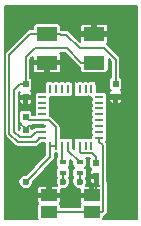
<source format=gbl>
G04 #@! TF.FileFunction,Copper,L2,Bot,Signal*
%FSLAX46Y46*%
G04 Gerber Fmt 4.6, Leading zero omitted, Abs format (unit mm)*
G04 Created by KiCad (PCBNEW 4.0.5+dfsg1-4) date Sun Jun 17 23:04:47 2018*
%MOMM*%
%LPD*%
G01*
G04 APERTURE LIST*
%ADD10C,0.100000*%
%ADD11R,0.500000X0.600000*%
%ADD12R,0.600000X0.400000*%
%ADD13R,0.700000X0.250000*%
%ADD14R,0.250000X0.700000*%
%ADD15R,1.800000X1.200000*%
%ADD16R,1.400000X1.000000*%
%ADD17C,0.600000*%
%ADD18C,0.203200*%
G04 APERTURE END LIST*
D10*
D11*
X170561000Y-92541000D03*
X170561000Y-93641000D03*
X162941000Y-92583000D03*
X162941000Y-93683000D03*
X168910000Y-100372000D03*
X168910000Y-99272000D03*
X162941000Y-96435000D03*
X162941000Y-95335000D03*
D12*
X167513000Y-99187000D03*
X167513000Y-100087000D03*
X166116000Y-99176000D03*
X166116000Y-100076000D03*
D13*
X164364000Y-97123000D03*
X164364000Y-96623000D03*
X164364000Y-96123000D03*
X164364000Y-95623000D03*
X164364000Y-95123000D03*
X164364000Y-94623000D03*
X164364000Y-94123000D03*
X164364000Y-93623000D03*
D14*
X165014000Y-92973000D03*
X165514000Y-92973000D03*
X166014000Y-92973000D03*
X166514000Y-92973000D03*
X167014000Y-92973000D03*
X167514000Y-92973000D03*
X168014000Y-92973000D03*
X168514000Y-92973000D03*
D13*
X169164000Y-93623000D03*
X169164000Y-94123000D03*
X169164000Y-94623000D03*
X169164000Y-95123000D03*
X169164000Y-95623000D03*
X169164000Y-96123000D03*
X169164000Y-96623000D03*
X169164000Y-97123000D03*
D14*
X168514000Y-97773000D03*
X168014000Y-97773000D03*
X167514000Y-97773000D03*
X167014000Y-97773000D03*
X166514000Y-97773000D03*
X166014000Y-97773000D03*
X165514000Y-97773000D03*
X165014000Y-97773000D03*
D15*
X164751000Y-90735000D03*
X168751000Y-90735000D03*
X168751000Y-88335000D03*
X164751000Y-88335000D03*
D16*
X164929000Y-103378000D03*
X164929000Y-101978000D03*
X168529000Y-103378000D03*
X168529000Y-101978000D03*
D17*
X167513000Y-100838000D03*
X166116000Y-100838000D03*
X170561000Y-100838000D03*
X162941000Y-100838000D03*
D18*
X167513000Y-100087000D02*
X167513000Y-100838000D01*
X166116000Y-100076000D02*
X166116000Y-100838000D01*
X164751000Y-88335000D02*
X165854200Y-88335000D01*
X165854200Y-88335000D02*
X165911200Y-88392000D01*
X165911200Y-88392000D02*
X166370000Y-88392000D01*
X166370000Y-88392000D02*
X167513000Y-89535000D01*
X167513000Y-89535000D02*
X169599642Y-89535000D01*
X169599642Y-89535000D02*
X170561000Y-90496358D01*
X170561000Y-90496358D02*
X170561000Y-92037800D01*
X170561000Y-92037800D02*
X170561000Y-92541000D01*
X161573379Y-90090979D02*
X163329358Y-88335000D01*
X163329358Y-88335000D02*
X164751000Y-88335000D01*
X164364000Y-97123000D02*
X164139000Y-97123000D01*
X164139000Y-97123000D02*
X163815789Y-97446211D01*
X163815789Y-97446211D02*
X162278818Y-97446210D01*
X162278818Y-97446210D02*
X161573379Y-96740771D01*
X161573379Y-96740771D02*
X161573379Y-90090979D01*
X168910000Y-100372000D02*
X168910000Y-101597000D01*
X168910000Y-101597000D02*
X168529000Y-101978000D01*
X162941000Y-93683000D02*
X162941000Y-94186200D01*
X162941000Y-94186200D02*
X162386199Y-94741001D01*
X162386199Y-94741001D02*
X162386199Y-95830199D01*
X162386199Y-95830199D02*
X162941000Y-96385000D01*
X162941000Y-96385000D02*
X162941000Y-96435000D01*
X163253000Y-96123000D02*
X164364000Y-96123000D01*
X162941000Y-96435000D02*
X163253000Y-96123000D01*
X163703000Y-89535000D02*
X162941000Y-90297000D01*
X162941000Y-90297000D02*
X162941000Y-90496358D01*
X166447800Y-89535000D02*
X163703000Y-89535000D01*
X168751000Y-90735000D02*
X167647800Y-90735000D01*
X167647800Y-90735000D02*
X166447800Y-89535000D01*
X162941000Y-92583000D02*
X162941000Y-90496358D01*
X164364000Y-96623000D02*
X163810800Y-96623000D01*
X163810800Y-96623000D02*
X163393999Y-97039801D01*
X163393999Y-97039801D02*
X162447159Y-97039801D01*
X162447159Y-97039801D02*
X161979789Y-96572431D01*
X161979789Y-96572431D02*
X161979789Y-93091011D01*
X162487800Y-92583000D02*
X162941000Y-92583000D01*
X161979789Y-93091011D02*
X162487800Y-92583000D01*
X168910000Y-99272000D02*
X168910000Y-98768800D01*
X167514000Y-98326200D02*
X167514000Y-97773000D01*
X168910000Y-98768800D02*
X168569001Y-98427801D01*
X168569001Y-98427801D02*
X167615601Y-98427801D01*
X167615601Y-98427801D02*
X167514000Y-98326200D01*
X165514000Y-97773000D02*
X165514000Y-96219800D01*
X165514000Y-96219800D02*
X164917200Y-95623000D01*
X164917200Y-95623000D02*
X164364000Y-95623000D01*
X165014000Y-97773000D02*
X165514000Y-97773000D01*
X162941000Y-100838000D02*
X165014000Y-98765000D01*
X165014000Y-98765000D02*
X165014000Y-97773000D01*
X162941000Y-95335000D02*
X163229000Y-95623000D01*
X163229000Y-95623000D02*
X164364000Y-95623000D01*
X167513000Y-99187000D02*
X166514000Y-98188000D01*
X166514000Y-98188000D02*
X166514000Y-97773000D01*
X166116000Y-99176000D02*
X166014000Y-99074000D01*
X166014000Y-99074000D02*
X166014000Y-97773000D01*
X168529000Y-103378000D02*
X164929000Y-103378000D01*
X169464801Y-100918199D02*
X169533801Y-100987199D01*
X169533801Y-103276399D02*
X169432200Y-103378000D01*
X169533801Y-100987199D02*
X169533801Y-103276399D01*
X169432200Y-103378000D02*
X168529000Y-103378000D01*
X169164000Y-97123000D02*
X169164000Y-97451200D01*
X169164000Y-97451200D02*
X169464801Y-97752001D01*
X169464801Y-97752001D02*
X169464801Y-100918199D01*
G36*
X172364400Y-88016340D02*
X172340200Y-88138000D01*
X172340200Y-100330000D01*
X172364400Y-100451660D01*
X172364400Y-101732340D01*
X172340200Y-101854000D01*
X172364400Y-101975660D01*
X172364400Y-104014200D01*
X169504838Y-104014200D01*
X169515287Y-103998907D01*
X169539771Y-103878000D01*
X169539771Y-103763003D01*
X169587723Y-103753465D01*
X169719568Y-103665368D01*
X169821170Y-103563767D01*
X169909267Y-103431921D01*
X169940201Y-103276399D01*
X169940201Y-100987199D01*
X169909266Y-100831676D01*
X169871201Y-100774708D01*
X169871201Y-97752001D01*
X169840266Y-97596478D01*
X169752169Y-97464633D01*
X169741898Y-97454362D01*
X169800287Y-97368907D01*
X169824771Y-97248000D01*
X169824771Y-96998000D01*
X169803518Y-96885048D01*
X169796602Y-96874300D01*
X169800287Y-96868907D01*
X169824771Y-96748000D01*
X169824771Y-96498000D01*
X169803518Y-96385048D01*
X169796602Y-96374300D01*
X169800287Y-96368907D01*
X169824771Y-96248000D01*
X169824771Y-95998000D01*
X169803518Y-95885048D01*
X169796602Y-95874300D01*
X169800287Y-95868907D01*
X169824771Y-95748000D01*
X169824771Y-95498000D01*
X169803518Y-95385048D01*
X169796602Y-95374300D01*
X169800287Y-95368907D01*
X169824771Y-95248000D01*
X169824771Y-94998000D01*
X169803518Y-94885048D01*
X169796602Y-94874300D01*
X169800287Y-94868907D01*
X169824771Y-94748000D01*
X169824771Y-94498000D01*
X169803518Y-94385048D01*
X169796602Y-94374300D01*
X169800287Y-94368907D01*
X169824771Y-94248000D01*
X169824771Y-93998000D01*
X169803518Y-93885048D01*
X169796602Y-93874300D01*
X169800287Y-93868907D01*
X169800632Y-93867200D01*
X170006200Y-93867200D01*
X170006200Y-94001628D01*
X170052603Y-94113655D01*
X170138344Y-94199397D01*
X170250371Y-94245800D01*
X170359800Y-94245800D01*
X170436000Y-94169600D01*
X170436000Y-93791000D01*
X170686000Y-93791000D01*
X170686000Y-94169600D01*
X170762200Y-94245800D01*
X170871629Y-94245800D01*
X170983656Y-94199397D01*
X171069397Y-94113655D01*
X171115800Y-94001628D01*
X171115800Y-93867200D01*
X171039600Y-93791000D01*
X170686000Y-93791000D01*
X170436000Y-93791000D01*
X170082400Y-93791000D01*
X170006200Y-93867200D01*
X169800632Y-93867200D01*
X169824771Y-93748000D01*
X169824771Y-93498000D01*
X169803518Y-93385048D01*
X169736763Y-93281308D01*
X169634907Y-93211713D01*
X169514000Y-93187229D01*
X168949771Y-93187229D01*
X168949771Y-92623000D01*
X168928518Y-92510048D01*
X168861763Y-92406308D01*
X168759907Y-92336713D01*
X168639000Y-92312229D01*
X168389000Y-92312229D01*
X168276048Y-92333482D01*
X168265300Y-92340398D01*
X168259907Y-92336713D01*
X168139000Y-92312229D01*
X167889000Y-92312229D01*
X167776048Y-92333482D01*
X167765300Y-92340398D01*
X167759907Y-92336713D01*
X167639000Y-92312229D01*
X167389000Y-92312229D01*
X167276048Y-92333482D01*
X167260569Y-92343442D01*
X167199629Y-92318200D01*
X167152700Y-92318200D01*
X167076500Y-92394400D01*
X167076500Y-92820600D01*
X167078229Y-92820600D01*
X167078229Y-93125400D01*
X167076500Y-93125400D01*
X167076500Y-93551600D01*
X167152700Y-93627800D01*
X167199629Y-93627800D01*
X167259122Y-93603157D01*
X167268093Y-93609287D01*
X167389000Y-93633771D01*
X167639000Y-93633771D01*
X167751952Y-93612518D01*
X167762700Y-93605602D01*
X167768093Y-93609287D01*
X167889000Y-93633771D01*
X168139000Y-93633771D01*
X168251952Y-93612518D01*
X168262700Y-93605602D01*
X168268093Y-93609287D01*
X168389000Y-93633771D01*
X168503229Y-93633771D01*
X168503229Y-93748000D01*
X168524482Y-93860952D01*
X168531398Y-93871700D01*
X168527713Y-93877093D01*
X168503229Y-93998000D01*
X168503229Y-94248000D01*
X168524482Y-94360952D01*
X168531398Y-94371700D01*
X168527713Y-94377093D01*
X168503229Y-94498000D01*
X168503229Y-94748000D01*
X168524482Y-94860952D01*
X168531398Y-94871700D01*
X168527713Y-94877093D01*
X168503229Y-94998000D01*
X168503229Y-95248000D01*
X168524482Y-95360952D01*
X168531398Y-95371700D01*
X168527713Y-95377093D01*
X168503229Y-95498000D01*
X168503229Y-95748000D01*
X168524482Y-95860952D01*
X168531398Y-95871700D01*
X168527713Y-95877093D01*
X168503229Y-95998000D01*
X168503229Y-96248000D01*
X168524482Y-96360952D01*
X168531398Y-96371700D01*
X168527713Y-96377093D01*
X168503229Y-96498000D01*
X168503229Y-96748000D01*
X168524482Y-96860952D01*
X168531398Y-96871700D01*
X168527713Y-96877093D01*
X168503229Y-96998000D01*
X168503229Y-97112229D01*
X168389000Y-97112229D01*
X168276048Y-97133482D01*
X168265300Y-97140398D01*
X168259907Y-97136713D01*
X168139000Y-97112229D01*
X167889000Y-97112229D01*
X167776048Y-97133482D01*
X167765300Y-97140398D01*
X167759907Y-97136713D01*
X167639000Y-97112229D01*
X167389000Y-97112229D01*
X167276048Y-97133482D01*
X167260569Y-97143442D01*
X167199629Y-97118200D01*
X167152700Y-97118200D01*
X167076500Y-97194400D01*
X167076500Y-97620600D01*
X167078229Y-97620600D01*
X167078229Y-97925400D01*
X167076500Y-97925400D01*
X167076500Y-97945400D01*
X166951500Y-97945400D01*
X166951500Y-97925400D01*
X166949771Y-97925400D01*
X166949771Y-97620600D01*
X166951500Y-97620600D01*
X166951500Y-97194400D01*
X166875300Y-97118200D01*
X166828371Y-97118200D01*
X166768878Y-97142843D01*
X166759907Y-97136713D01*
X166639000Y-97112229D01*
X166389000Y-97112229D01*
X166276048Y-97133482D01*
X166265300Y-97140398D01*
X166259907Y-97136713D01*
X166139000Y-97112229D01*
X165920400Y-97112229D01*
X165920400Y-96219800D01*
X165889465Y-96064277D01*
X165801368Y-95932432D01*
X165204568Y-95335632D01*
X165123267Y-95281308D01*
X165072723Y-95247535D01*
X165024771Y-95237997D01*
X165024771Y-94998000D01*
X165003518Y-94885048D01*
X164996602Y-94874300D01*
X165000287Y-94868907D01*
X165024771Y-94748000D01*
X165024771Y-94498000D01*
X165003518Y-94385048D01*
X164996602Y-94374300D01*
X165000287Y-94368907D01*
X165024771Y-94248000D01*
X165024771Y-93998000D01*
X165003518Y-93885048D01*
X164996602Y-93874300D01*
X165000287Y-93868907D01*
X165024771Y-93748000D01*
X165024771Y-93633771D01*
X165139000Y-93633771D01*
X165251952Y-93612518D01*
X165262700Y-93605602D01*
X165268093Y-93609287D01*
X165389000Y-93633771D01*
X165639000Y-93633771D01*
X165751952Y-93612518D01*
X165762700Y-93605602D01*
X165768093Y-93609287D01*
X165889000Y-93633771D01*
X166139000Y-93633771D01*
X166251952Y-93612518D01*
X166262700Y-93605602D01*
X166268093Y-93609287D01*
X166389000Y-93633771D01*
X166639000Y-93633771D01*
X166751952Y-93612518D01*
X166767431Y-93602558D01*
X166828371Y-93627800D01*
X166875300Y-93627800D01*
X166951500Y-93551600D01*
X166951500Y-93125400D01*
X166949771Y-93125400D01*
X166949771Y-92820600D01*
X166951500Y-92820600D01*
X166951500Y-92394400D01*
X166875300Y-92318200D01*
X166828371Y-92318200D01*
X166768878Y-92342843D01*
X166759907Y-92336713D01*
X166639000Y-92312229D01*
X166389000Y-92312229D01*
X166276048Y-92333482D01*
X166265300Y-92340398D01*
X166259907Y-92336713D01*
X166139000Y-92312229D01*
X165889000Y-92312229D01*
X165776048Y-92333482D01*
X165765300Y-92340398D01*
X165759907Y-92336713D01*
X165639000Y-92312229D01*
X165389000Y-92312229D01*
X165276048Y-92333482D01*
X165265300Y-92340398D01*
X165259907Y-92336713D01*
X165139000Y-92312229D01*
X164889000Y-92312229D01*
X164776048Y-92333482D01*
X164672308Y-92400237D01*
X164602713Y-92502093D01*
X164578229Y-92623000D01*
X164578229Y-93187229D01*
X164014000Y-93187229D01*
X163901048Y-93208482D01*
X163797308Y-93275237D01*
X163727713Y-93377093D01*
X163703229Y-93498000D01*
X163703229Y-93748000D01*
X163724482Y-93860952D01*
X163731398Y-93871700D01*
X163727713Y-93877093D01*
X163703229Y-93998000D01*
X163703229Y-94248000D01*
X163724482Y-94360952D01*
X163731398Y-94371700D01*
X163727713Y-94377093D01*
X163703229Y-94498000D01*
X163703229Y-94748000D01*
X163724482Y-94860952D01*
X163731398Y-94871700D01*
X163727713Y-94877093D01*
X163703229Y-94998000D01*
X163703229Y-95216600D01*
X163501771Y-95216600D01*
X163501771Y-95035000D01*
X163480518Y-94922048D01*
X163413763Y-94818308D01*
X163311907Y-94748713D01*
X163191000Y-94724229D01*
X162691000Y-94724229D01*
X162578048Y-94745482D01*
X162474308Y-94812237D01*
X162404713Y-94914093D01*
X162386189Y-95005568D01*
X162386189Y-93909200D01*
X162386200Y-93909200D01*
X162386200Y-94043628D01*
X162432603Y-94155655D01*
X162518344Y-94241397D01*
X162630371Y-94287800D01*
X162739800Y-94287800D01*
X162816000Y-94211600D01*
X162816000Y-93833000D01*
X163066000Y-93833000D01*
X163066000Y-94211600D01*
X163142200Y-94287800D01*
X163251629Y-94287800D01*
X163363656Y-94241397D01*
X163449397Y-94155655D01*
X163495800Y-94043628D01*
X163495800Y-93909200D01*
X163419600Y-93833000D01*
X163066000Y-93833000D01*
X162816000Y-93833000D01*
X162462400Y-93833000D01*
X162386200Y-93909200D01*
X162386189Y-93909200D01*
X162386189Y-93259347D01*
X162430773Y-93214763D01*
X162386200Y-93322372D01*
X162386200Y-93456800D01*
X162462400Y-93533000D01*
X162816000Y-93533000D01*
X162816000Y-93510600D01*
X163066000Y-93510600D01*
X163066000Y-93533000D01*
X163419600Y-93533000D01*
X163495800Y-93456800D01*
X163495800Y-93322372D01*
X163449397Y-93210345D01*
X163369434Y-93130381D01*
X163407692Y-93105763D01*
X163477287Y-93003907D01*
X163501771Y-92883000D01*
X163501771Y-92283000D01*
X163480518Y-92170048D01*
X163413763Y-92066308D01*
X163347400Y-92020964D01*
X163347400Y-90963600D01*
X163546200Y-90963600D01*
X163546200Y-91395629D01*
X163592603Y-91507656D01*
X163678345Y-91593397D01*
X163790372Y-91639800D01*
X164522400Y-91639800D01*
X164598600Y-91563600D01*
X164598600Y-90887400D01*
X164903400Y-90887400D01*
X164903400Y-91563600D01*
X164979600Y-91639800D01*
X165711628Y-91639800D01*
X165823655Y-91593397D01*
X165909397Y-91507656D01*
X165955800Y-91395629D01*
X165955800Y-90963600D01*
X165879600Y-90887400D01*
X164903400Y-90887400D01*
X164598600Y-90887400D01*
X163622400Y-90887400D01*
X163546200Y-90963600D01*
X163347400Y-90963600D01*
X163347400Y-90465336D01*
X163546200Y-90266536D01*
X163546200Y-90506400D01*
X163622400Y-90582600D01*
X164598600Y-90582600D01*
X164598600Y-90562600D01*
X164903400Y-90562600D01*
X164903400Y-90582600D01*
X165879600Y-90582600D01*
X165955800Y-90506400D01*
X165955800Y-90074371D01*
X165909397Y-89962344D01*
X165888453Y-89941400D01*
X166279464Y-89941400D01*
X167360432Y-91022368D01*
X167492277Y-91110465D01*
X167540229Y-91120003D01*
X167540229Y-91335000D01*
X167561482Y-91447952D01*
X167628237Y-91551692D01*
X167730093Y-91621287D01*
X167851000Y-91645771D01*
X169651000Y-91645771D01*
X169763952Y-91624518D01*
X169867692Y-91557763D01*
X169937287Y-91455907D01*
X169961771Y-91335000D01*
X169961771Y-90471866D01*
X170154600Y-90664695D01*
X170154600Y-91979440D01*
X170094308Y-92018237D01*
X170024713Y-92120093D01*
X170000229Y-92241000D01*
X170000229Y-92841000D01*
X170021482Y-92953952D01*
X170088237Y-93057692D01*
X170132804Y-93088143D01*
X170052603Y-93168345D01*
X170006200Y-93280372D01*
X170006200Y-93414800D01*
X170082400Y-93491000D01*
X170436000Y-93491000D01*
X170436000Y-93468600D01*
X170686000Y-93468600D01*
X170686000Y-93491000D01*
X171039600Y-93491000D01*
X171115800Y-93414800D01*
X171115800Y-93280372D01*
X171069397Y-93168345D01*
X170989434Y-93088381D01*
X171027692Y-93063763D01*
X171097287Y-92961907D01*
X171121771Y-92841000D01*
X171121771Y-92241000D01*
X171100518Y-92128048D01*
X171033763Y-92024308D01*
X170967400Y-91978964D01*
X170967400Y-90496358D01*
X170957708Y-90447632D01*
X170936466Y-90340836D01*
X170848369Y-90208990D01*
X169887010Y-89247632D01*
X169812659Y-89197952D01*
X169823655Y-89193397D01*
X169909397Y-89107656D01*
X169955800Y-88995629D01*
X169955800Y-88563600D01*
X169879600Y-88487400D01*
X168903400Y-88487400D01*
X168903400Y-88507400D01*
X168598600Y-88507400D01*
X168598600Y-88487400D01*
X167622400Y-88487400D01*
X167546200Y-88563600D01*
X167546200Y-88993464D01*
X166657368Y-88104632D01*
X166617756Y-88078164D01*
X166525523Y-88016535D01*
X166370000Y-87985600D01*
X166048732Y-87985600D01*
X166009723Y-87959535D01*
X165961771Y-87949997D01*
X165961771Y-87735000D01*
X165950364Y-87674371D01*
X167546200Y-87674371D01*
X167546200Y-88106400D01*
X167622400Y-88182600D01*
X168598600Y-88182600D01*
X168598600Y-87506400D01*
X168903400Y-87506400D01*
X168903400Y-88182600D01*
X169879600Y-88182600D01*
X169955800Y-88106400D01*
X169955800Y-87674371D01*
X169909397Y-87562344D01*
X169823655Y-87476603D01*
X169711628Y-87430200D01*
X168979600Y-87430200D01*
X168903400Y-87506400D01*
X168598600Y-87506400D01*
X168522400Y-87430200D01*
X167790372Y-87430200D01*
X167678345Y-87476603D01*
X167592603Y-87562344D01*
X167546200Y-87674371D01*
X165950364Y-87674371D01*
X165940518Y-87622048D01*
X165873763Y-87518308D01*
X165771907Y-87448713D01*
X165651000Y-87424229D01*
X163851000Y-87424229D01*
X163738048Y-87445482D01*
X163634308Y-87512237D01*
X163564713Y-87614093D01*
X163540229Y-87735000D01*
X163540229Y-87928600D01*
X163329358Y-87928600D01*
X163173835Y-87959535D01*
X163041990Y-88047632D01*
X161286011Y-89803611D01*
X161197914Y-89935456D01*
X161166979Y-90090979D01*
X161166979Y-96740771D01*
X161197914Y-96896294D01*
X161245478Y-96967478D01*
X161286011Y-97028139D01*
X161991450Y-97733578D01*
X162123295Y-97821675D01*
X162278818Y-97852610D01*
X163815789Y-97852611D01*
X163971312Y-97821676D01*
X164103157Y-97733579D01*
X164277965Y-97558771D01*
X164578229Y-97558771D01*
X164578229Y-98123000D01*
X164599482Y-98235952D01*
X164607600Y-98248568D01*
X164607600Y-98596664D01*
X162971038Y-100233226D01*
X162821226Y-100233095D01*
X162598856Y-100324976D01*
X162428574Y-100494961D01*
X162336305Y-100717170D01*
X162336095Y-100957774D01*
X162427976Y-101180144D01*
X162597961Y-101350426D01*
X162820170Y-101442695D01*
X163060774Y-101442905D01*
X163122571Y-101417371D01*
X163924200Y-101417371D01*
X163924200Y-101749400D01*
X164000400Y-101825600D01*
X164776600Y-101825600D01*
X164776600Y-101249400D01*
X164700400Y-101173200D01*
X164168372Y-101173200D01*
X164056345Y-101219603D01*
X163970603Y-101305344D01*
X163924200Y-101417371D01*
X163122571Y-101417371D01*
X163283144Y-101351024D01*
X163453426Y-101181039D01*
X163545695Y-100958830D01*
X163545827Y-100807909D01*
X165301368Y-99052368D01*
X165352396Y-98976000D01*
X165389465Y-98920523D01*
X165420400Y-98765000D01*
X165420400Y-98433771D01*
X165607600Y-98433771D01*
X165607600Y-98747901D01*
X165599308Y-98753237D01*
X165529713Y-98855093D01*
X165505229Y-98976000D01*
X165505229Y-99376000D01*
X165526482Y-99488952D01*
X165593237Y-99592692D01*
X165641815Y-99625884D01*
X165599308Y-99653237D01*
X165529713Y-99755093D01*
X165505229Y-99876000D01*
X165505229Y-100276000D01*
X165526482Y-100388952D01*
X165593237Y-100492692D01*
X165602023Y-100498695D01*
X165511305Y-100717170D01*
X165511095Y-100957774D01*
X165600107Y-101173200D01*
X165157600Y-101173200D01*
X165081400Y-101249400D01*
X165081400Y-101825600D01*
X165857600Y-101825600D01*
X165933800Y-101749400D01*
X165933800Y-101417371D01*
X165933720Y-101417179D01*
X165995170Y-101442695D01*
X166235774Y-101442905D01*
X166458144Y-101351024D01*
X166628426Y-101181039D01*
X166720695Y-100958830D01*
X166720905Y-100718226D01*
X166630743Y-100500017D01*
X166632692Y-100498763D01*
X166702287Y-100396907D01*
X166726771Y-100276000D01*
X166726771Y-99876000D01*
X166705518Y-99763048D01*
X166638763Y-99659308D01*
X166590185Y-99626116D01*
X166632692Y-99598763D01*
X166702287Y-99496907D01*
X166726771Y-99376000D01*
X166726771Y-98976000D01*
X166726657Y-98975393D01*
X166902229Y-99150965D01*
X166902229Y-99387000D01*
X166923482Y-99499952D01*
X166990237Y-99603692D01*
X167038815Y-99636884D01*
X166996308Y-99664237D01*
X166926713Y-99766093D01*
X166902229Y-99887000D01*
X166902229Y-100287000D01*
X166923482Y-100399952D01*
X166990237Y-100503692D01*
X166995465Y-100507264D01*
X166908305Y-100717170D01*
X166908095Y-100957774D01*
X166999976Y-101180144D01*
X167169961Y-101350426D01*
X167392170Y-101442695D01*
X167524200Y-101442810D01*
X167524200Y-101749400D01*
X167600400Y-101825600D01*
X168376600Y-101825600D01*
X168376600Y-101249400D01*
X168300400Y-101173200D01*
X168028681Y-101173200D01*
X168117695Y-100958830D01*
X168117905Y-100718226D01*
X168068312Y-100598200D01*
X168355200Y-100598200D01*
X168355200Y-100732628D01*
X168401603Y-100844655D01*
X168487344Y-100930397D01*
X168599371Y-100976800D01*
X168708800Y-100976800D01*
X168785000Y-100900600D01*
X168785000Y-100522000D01*
X168431400Y-100522000D01*
X168355200Y-100598200D01*
X168068312Y-100598200D01*
X168030987Y-100507868D01*
X168099287Y-100407907D01*
X168123771Y-100287000D01*
X168123771Y-99887000D01*
X168102518Y-99774048D01*
X168035763Y-99670308D01*
X167987185Y-99637116D01*
X168029692Y-99609763D01*
X168099287Y-99507907D01*
X168123771Y-99387000D01*
X168123771Y-98987000D01*
X168102518Y-98874048D01*
X168076877Y-98834201D01*
X168385255Y-98834201D01*
X168373713Y-98851093D01*
X168349229Y-98972000D01*
X168349229Y-99572000D01*
X168370482Y-99684952D01*
X168437237Y-99788692D01*
X168481804Y-99819143D01*
X168401603Y-99899345D01*
X168355200Y-100011372D01*
X168355200Y-100145800D01*
X168431400Y-100222000D01*
X168785000Y-100222000D01*
X168785000Y-100199600D01*
X169035000Y-100199600D01*
X169035000Y-100222000D01*
X169058401Y-100222000D01*
X169058401Y-100522000D01*
X169035000Y-100522000D01*
X169035000Y-100900600D01*
X169059842Y-100925442D01*
X169089336Y-101073722D01*
X169127401Y-101130690D01*
X169127401Y-101173200D01*
X168757600Y-101173200D01*
X168681400Y-101249400D01*
X168681400Y-101825600D01*
X168701400Y-101825600D01*
X168701400Y-102130400D01*
X168681400Y-102130400D01*
X168681400Y-102150400D01*
X168376600Y-102150400D01*
X168376600Y-102130400D01*
X167600400Y-102130400D01*
X167524200Y-102206600D01*
X167524200Y-102538629D01*
X167570603Y-102650656D01*
X167597239Y-102677292D01*
X167542713Y-102757093D01*
X167518229Y-102878000D01*
X167518229Y-102971600D01*
X165939771Y-102971600D01*
X165939771Y-102878000D01*
X165918518Y-102765048D01*
X165861544Y-102676508D01*
X165887397Y-102650656D01*
X165933800Y-102538629D01*
X165933800Y-102206600D01*
X165857600Y-102130400D01*
X165081400Y-102130400D01*
X165081400Y-102150400D01*
X164776600Y-102150400D01*
X164776600Y-102130400D01*
X164000400Y-102130400D01*
X163924200Y-102206600D01*
X163924200Y-102538629D01*
X163970603Y-102650656D01*
X163997239Y-102677292D01*
X163942713Y-102757093D01*
X163918229Y-102878000D01*
X163918229Y-103878000D01*
X163939482Y-103990952D01*
X163954442Y-104014200D01*
X161161800Y-104014200D01*
X161161800Y-85977800D01*
X172364400Y-85977800D01*
X172364400Y-88016340D01*
X172364400Y-88016340D01*
G37*
X172364400Y-88016340D02*
X172340200Y-88138000D01*
X172340200Y-100330000D01*
X172364400Y-100451660D01*
X172364400Y-101732340D01*
X172340200Y-101854000D01*
X172364400Y-101975660D01*
X172364400Y-104014200D01*
X169504838Y-104014200D01*
X169515287Y-103998907D01*
X169539771Y-103878000D01*
X169539771Y-103763003D01*
X169587723Y-103753465D01*
X169719568Y-103665368D01*
X169821170Y-103563767D01*
X169909267Y-103431921D01*
X169940201Y-103276399D01*
X169940201Y-100987199D01*
X169909266Y-100831676D01*
X169871201Y-100774708D01*
X169871201Y-97752001D01*
X169840266Y-97596478D01*
X169752169Y-97464633D01*
X169741898Y-97454362D01*
X169800287Y-97368907D01*
X169824771Y-97248000D01*
X169824771Y-96998000D01*
X169803518Y-96885048D01*
X169796602Y-96874300D01*
X169800287Y-96868907D01*
X169824771Y-96748000D01*
X169824771Y-96498000D01*
X169803518Y-96385048D01*
X169796602Y-96374300D01*
X169800287Y-96368907D01*
X169824771Y-96248000D01*
X169824771Y-95998000D01*
X169803518Y-95885048D01*
X169796602Y-95874300D01*
X169800287Y-95868907D01*
X169824771Y-95748000D01*
X169824771Y-95498000D01*
X169803518Y-95385048D01*
X169796602Y-95374300D01*
X169800287Y-95368907D01*
X169824771Y-95248000D01*
X169824771Y-94998000D01*
X169803518Y-94885048D01*
X169796602Y-94874300D01*
X169800287Y-94868907D01*
X169824771Y-94748000D01*
X169824771Y-94498000D01*
X169803518Y-94385048D01*
X169796602Y-94374300D01*
X169800287Y-94368907D01*
X169824771Y-94248000D01*
X169824771Y-93998000D01*
X169803518Y-93885048D01*
X169796602Y-93874300D01*
X169800287Y-93868907D01*
X169800632Y-93867200D01*
X170006200Y-93867200D01*
X170006200Y-94001628D01*
X170052603Y-94113655D01*
X170138344Y-94199397D01*
X170250371Y-94245800D01*
X170359800Y-94245800D01*
X170436000Y-94169600D01*
X170436000Y-93791000D01*
X170686000Y-93791000D01*
X170686000Y-94169600D01*
X170762200Y-94245800D01*
X170871629Y-94245800D01*
X170983656Y-94199397D01*
X171069397Y-94113655D01*
X171115800Y-94001628D01*
X171115800Y-93867200D01*
X171039600Y-93791000D01*
X170686000Y-93791000D01*
X170436000Y-93791000D01*
X170082400Y-93791000D01*
X170006200Y-93867200D01*
X169800632Y-93867200D01*
X169824771Y-93748000D01*
X169824771Y-93498000D01*
X169803518Y-93385048D01*
X169736763Y-93281308D01*
X169634907Y-93211713D01*
X169514000Y-93187229D01*
X168949771Y-93187229D01*
X168949771Y-92623000D01*
X168928518Y-92510048D01*
X168861763Y-92406308D01*
X168759907Y-92336713D01*
X168639000Y-92312229D01*
X168389000Y-92312229D01*
X168276048Y-92333482D01*
X168265300Y-92340398D01*
X168259907Y-92336713D01*
X168139000Y-92312229D01*
X167889000Y-92312229D01*
X167776048Y-92333482D01*
X167765300Y-92340398D01*
X167759907Y-92336713D01*
X167639000Y-92312229D01*
X167389000Y-92312229D01*
X167276048Y-92333482D01*
X167260569Y-92343442D01*
X167199629Y-92318200D01*
X167152700Y-92318200D01*
X167076500Y-92394400D01*
X167076500Y-92820600D01*
X167078229Y-92820600D01*
X167078229Y-93125400D01*
X167076500Y-93125400D01*
X167076500Y-93551600D01*
X167152700Y-93627800D01*
X167199629Y-93627800D01*
X167259122Y-93603157D01*
X167268093Y-93609287D01*
X167389000Y-93633771D01*
X167639000Y-93633771D01*
X167751952Y-93612518D01*
X167762700Y-93605602D01*
X167768093Y-93609287D01*
X167889000Y-93633771D01*
X168139000Y-93633771D01*
X168251952Y-93612518D01*
X168262700Y-93605602D01*
X168268093Y-93609287D01*
X168389000Y-93633771D01*
X168503229Y-93633771D01*
X168503229Y-93748000D01*
X168524482Y-93860952D01*
X168531398Y-93871700D01*
X168527713Y-93877093D01*
X168503229Y-93998000D01*
X168503229Y-94248000D01*
X168524482Y-94360952D01*
X168531398Y-94371700D01*
X168527713Y-94377093D01*
X168503229Y-94498000D01*
X168503229Y-94748000D01*
X168524482Y-94860952D01*
X168531398Y-94871700D01*
X168527713Y-94877093D01*
X168503229Y-94998000D01*
X168503229Y-95248000D01*
X168524482Y-95360952D01*
X168531398Y-95371700D01*
X168527713Y-95377093D01*
X168503229Y-95498000D01*
X168503229Y-95748000D01*
X168524482Y-95860952D01*
X168531398Y-95871700D01*
X168527713Y-95877093D01*
X168503229Y-95998000D01*
X168503229Y-96248000D01*
X168524482Y-96360952D01*
X168531398Y-96371700D01*
X168527713Y-96377093D01*
X168503229Y-96498000D01*
X168503229Y-96748000D01*
X168524482Y-96860952D01*
X168531398Y-96871700D01*
X168527713Y-96877093D01*
X168503229Y-96998000D01*
X168503229Y-97112229D01*
X168389000Y-97112229D01*
X168276048Y-97133482D01*
X168265300Y-97140398D01*
X168259907Y-97136713D01*
X168139000Y-97112229D01*
X167889000Y-97112229D01*
X167776048Y-97133482D01*
X167765300Y-97140398D01*
X167759907Y-97136713D01*
X167639000Y-97112229D01*
X167389000Y-97112229D01*
X167276048Y-97133482D01*
X167260569Y-97143442D01*
X167199629Y-97118200D01*
X167152700Y-97118200D01*
X167076500Y-97194400D01*
X167076500Y-97620600D01*
X167078229Y-97620600D01*
X167078229Y-97925400D01*
X167076500Y-97925400D01*
X167076500Y-97945400D01*
X166951500Y-97945400D01*
X166951500Y-97925400D01*
X166949771Y-97925400D01*
X166949771Y-97620600D01*
X166951500Y-97620600D01*
X166951500Y-97194400D01*
X166875300Y-97118200D01*
X166828371Y-97118200D01*
X166768878Y-97142843D01*
X166759907Y-97136713D01*
X166639000Y-97112229D01*
X166389000Y-97112229D01*
X166276048Y-97133482D01*
X166265300Y-97140398D01*
X166259907Y-97136713D01*
X166139000Y-97112229D01*
X165920400Y-97112229D01*
X165920400Y-96219800D01*
X165889465Y-96064277D01*
X165801368Y-95932432D01*
X165204568Y-95335632D01*
X165123267Y-95281308D01*
X165072723Y-95247535D01*
X165024771Y-95237997D01*
X165024771Y-94998000D01*
X165003518Y-94885048D01*
X164996602Y-94874300D01*
X165000287Y-94868907D01*
X165024771Y-94748000D01*
X165024771Y-94498000D01*
X165003518Y-94385048D01*
X164996602Y-94374300D01*
X165000287Y-94368907D01*
X165024771Y-94248000D01*
X165024771Y-93998000D01*
X165003518Y-93885048D01*
X164996602Y-93874300D01*
X165000287Y-93868907D01*
X165024771Y-93748000D01*
X165024771Y-93633771D01*
X165139000Y-93633771D01*
X165251952Y-93612518D01*
X165262700Y-93605602D01*
X165268093Y-93609287D01*
X165389000Y-93633771D01*
X165639000Y-93633771D01*
X165751952Y-93612518D01*
X165762700Y-93605602D01*
X165768093Y-93609287D01*
X165889000Y-93633771D01*
X166139000Y-93633771D01*
X166251952Y-93612518D01*
X166262700Y-93605602D01*
X166268093Y-93609287D01*
X166389000Y-93633771D01*
X166639000Y-93633771D01*
X166751952Y-93612518D01*
X166767431Y-93602558D01*
X166828371Y-93627800D01*
X166875300Y-93627800D01*
X166951500Y-93551600D01*
X166951500Y-93125400D01*
X166949771Y-93125400D01*
X166949771Y-92820600D01*
X166951500Y-92820600D01*
X166951500Y-92394400D01*
X166875300Y-92318200D01*
X166828371Y-92318200D01*
X166768878Y-92342843D01*
X166759907Y-92336713D01*
X166639000Y-92312229D01*
X166389000Y-92312229D01*
X166276048Y-92333482D01*
X166265300Y-92340398D01*
X166259907Y-92336713D01*
X166139000Y-92312229D01*
X165889000Y-92312229D01*
X165776048Y-92333482D01*
X165765300Y-92340398D01*
X165759907Y-92336713D01*
X165639000Y-92312229D01*
X165389000Y-92312229D01*
X165276048Y-92333482D01*
X165265300Y-92340398D01*
X165259907Y-92336713D01*
X165139000Y-92312229D01*
X164889000Y-92312229D01*
X164776048Y-92333482D01*
X164672308Y-92400237D01*
X164602713Y-92502093D01*
X164578229Y-92623000D01*
X164578229Y-93187229D01*
X164014000Y-93187229D01*
X163901048Y-93208482D01*
X163797308Y-93275237D01*
X163727713Y-93377093D01*
X163703229Y-93498000D01*
X163703229Y-93748000D01*
X163724482Y-93860952D01*
X163731398Y-93871700D01*
X163727713Y-93877093D01*
X163703229Y-93998000D01*
X163703229Y-94248000D01*
X163724482Y-94360952D01*
X163731398Y-94371700D01*
X163727713Y-94377093D01*
X163703229Y-94498000D01*
X163703229Y-94748000D01*
X163724482Y-94860952D01*
X163731398Y-94871700D01*
X163727713Y-94877093D01*
X163703229Y-94998000D01*
X163703229Y-95216600D01*
X163501771Y-95216600D01*
X163501771Y-95035000D01*
X163480518Y-94922048D01*
X163413763Y-94818308D01*
X163311907Y-94748713D01*
X163191000Y-94724229D01*
X162691000Y-94724229D01*
X162578048Y-94745482D01*
X162474308Y-94812237D01*
X162404713Y-94914093D01*
X162386189Y-95005568D01*
X162386189Y-93909200D01*
X162386200Y-93909200D01*
X162386200Y-94043628D01*
X162432603Y-94155655D01*
X162518344Y-94241397D01*
X162630371Y-94287800D01*
X162739800Y-94287800D01*
X162816000Y-94211600D01*
X162816000Y-93833000D01*
X163066000Y-93833000D01*
X163066000Y-94211600D01*
X163142200Y-94287800D01*
X163251629Y-94287800D01*
X163363656Y-94241397D01*
X163449397Y-94155655D01*
X163495800Y-94043628D01*
X163495800Y-93909200D01*
X163419600Y-93833000D01*
X163066000Y-93833000D01*
X162816000Y-93833000D01*
X162462400Y-93833000D01*
X162386200Y-93909200D01*
X162386189Y-93909200D01*
X162386189Y-93259347D01*
X162430773Y-93214763D01*
X162386200Y-93322372D01*
X162386200Y-93456800D01*
X162462400Y-93533000D01*
X162816000Y-93533000D01*
X162816000Y-93510600D01*
X163066000Y-93510600D01*
X163066000Y-93533000D01*
X163419600Y-93533000D01*
X163495800Y-93456800D01*
X163495800Y-93322372D01*
X163449397Y-93210345D01*
X163369434Y-93130381D01*
X163407692Y-93105763D01*
X163477287Y-93003907D01*
X163501771Y-92883000D01*
X163501771Y-92283000D01*
X163480518Y-92170048D01*
X163413763Y-92066308D01*
X163347400Y-92020964D01*
X163347400Y-90963600D01*
X163546200Y-90963600D01*
X163546200Y-91395629D01*
X163592603Y-91507656D01*
X163678345Y-91593397D01*
X163790372Y-91639800D01*
X164522400Y-91639800D01*
X164598600Y-91563600D01*
X164598600Y-90887400D01*
X164903400Y-90887400D01*
X164903400Y-91563600D01*
X164979600Y-91639800D01*
X165711628Y-91639800D01*
X165823655Y-91593397D01*
X165909397Y-91507656D01*
X165955800Y-91395629D01*
X165955800Y-90963600D01*
X165879600Y-90887400D01*
X164903400Y-90887400D01*
X164598600Y-90887400D01*
X163622400Y-90887400D01*
X163546200Y-90963600D01*
X163347400Y-90963600D01*
X163347400Y-90465336D01*
X163546200Y-90266536D01*
X163546200Y-90506400D01*
X163622400Y-90582600D01*
X164598600Y-90582600D01*
X164598600Y-90562600D01*
X164903400Y-90562600D01*
X164903400Y-90582600D01*
X165879600Y-90582600D01*
X165955800Y-90506400D01*
X165955800Y-90074371D01*
X165909397Y-89962344D01*
X165888453Y-89941400D01*
X166279464Y-89941400D01*
X167360432Y-91022368D01*
X167492277Y-91110465D01*
X167540229Y-91120003D01*
X167540229Y-91335000D01*
X167561482Y-91447952D01*
X167628237Y-91551692D01*
X167730093Y-91621287D01*
X167851000Y-91645771D01*
X169651000Y-91645771D01*
X169763952Y-91624518D01*
X169867692Y-91557763D01*
X169937287Y-91455907D01*
X169961771Y-91335000D01*
X169961771Y-90471866D01*
X170154600Y-90664695D01*
X170154600Y-91979440D01*
X170094308Y-92018237D01*
X170024713Y-92120093D01*
X170000229Y-92241000D01*
X170000229Y-92841000D01*
X170021482Y-92953952D01*
X170088237Y-93057692D01*
X170132804Y-93088143D01*
X170052603Y-93168345D01*
X170006200Y-93280372D01*
X170006200Y-93414800D01*
X170082400Y-93491000D01*
X170436000Y-93491000D01*
X170436000Y-93468600D01*
X170686000Y-93468600D01*
X170686000Y-93491000D01*
X171039600Y-93491000D01*
X171115800Y-93414800D01*
X171115800Y-93280372D01*
X171069397Y-93168345D01*
X170989434Y-93088381D01*
X171027692Y-93063763D01*
X171097287Y-92961907D01*
X171121771Y-92841000D01*
X171121771Y-92241000D01*
X171100518Y-92128048D01*
X171033763Y-92024308D01*
X170967400Y-91978964D01*
X170967400Y-90496358D01*
X170957708Y-90447632D01*
X170936466Y-90340836D01*
X170848369Y-90208990D01*
X169887010Y-89247632D01*
X169812659Y-89197952D01*
X169823655Y-89193397D01*
X169909397Y-89107656D01*
X169955800Y-88995629D01*
X169955800Y-88563600D01*
X169879600Y-88487400D01*
X168903400Y-88487400D01*
X168903400Y-88507400D01*
X168598600Y-88507400D01*
X168598600Y-88487400D01*
X167622400Y-88487400D01*
X167546200Y-88563600D01*
X167546200Y-88993464D01*
X166657368Y-88104632D01*
X166617756Y-88078164D01*
X166525523Y-88016535D01*
X166370000Y-87985600D01*
X166048732Y-87985600D01*
X166009723Y-87959535D01*
X165961771Y-87949997D01*
X165961771Y-87735000D01*
X165950364Y-87674371D01*
X167546200Y-87674371D01*
X167546200Y-88106400D01*
X167622400Y-88182600D01*
X168598600Y-88182600D01*
X168598600Y-87506400D01*
X168903400Y-87506400D01*
X168903400Y-88182600D01*
X169879600Y-88182600D01*
X169955800Y-88106400D01*
X169955800Y-87674371D01*
X169909397Y-87562344D01*
X169823655Y-87476603D01*
X169711628Y-87430200D01*
X168979600Y-87430200D01*
X168903400Y-87506400D01*
X168598600Y-87506400D01*
X168522400Y-87430200D01*
X167790372Y-87430200D01*
X167678345Y-87476603D01*
X167592603Y-87562344D01*
X167546200Y-87674371D01*
X165950364Y-87674371D01*
X165940518Y-87622048D01*
X165873763Y-87518308D01*
X165771907Y-87448713D01*
X165651000Y-87424229D01*
X163851000Y-87424229D01*
X163738048Y-87445482D01*
X163634308Y-87512237D01*
X163564713Y-87614093D01*
X163540229Y-87735000D01*
X163540229Y-87928600D01*
X163329358Y-87928600D01*
X163173835Y-87959535D01*
X163041990Y-88047632D01*
X161286011Y-89803611D01*
X161197914Y-89935456D01*
X161166979Y-90090979D01*
X161166979Y-96740771D01*
X161197914Y-96896294D01*
X161245478Y-96967478D01*
X161286011Y-97028139D01*
X161991450Y-97733578D01*
X162123295Y-97821675D01*
X162278818Y-97852610D01*
X163815789Y-97852611D01*
X163971312Y-97821676D01*
X164103157Y-97733579D01*
X164277965Y-97558771D01*
X164578229Y-97558771D01*
X164578229Y-98123000D01*
X164599482Y-98235952D01*
X164607600Y-98248568D01*
X164607600Y-98596664D01*
X162971038Y-100233226D01*
X162821226Y-100233095D01*
X162598856Y-100324976D01*
X162428574Y-100494961D01*
X162336305Y-100717170D01*
X162336095Y-100957774D01*
X162427976Y-101180144D01*
X162597961Y-101350426D01*
X162820170Y-101442695D01*
X163060774Y-101442905D01*
X163122571Y-101417371D01*
X163924200Y-101417371D01*
X163924200Y-101749400D01*
X164000400Y-101825600D01*
X164776600Y-101825600D01*
X164776600Y-101249400D01*
X164700400Y-101173200D01*
X164168372Y-101173200D01*
X164056345Y-101219603D01*
X163970603Y-101305344D01*
X163924200Y-101417371D01*
X163122571Y-101417371D01*
X163283144Y-101351024D01*
X163453426Y-101181039D01*
X163545695Y-100958830D01*
X163545827Y-100807909D01*
X165301368Y-99052368D01*
X165352396Y-98976000D01*
X165389465Y-98920523D01*
X165420400Y-98765000D01*
X165420400Y-98433771D01*
X165607600Y-98433771D01*
X165607600Y-98747901D01*
X165599308Y-98753237D01*
X165529713Y-98855093D01*
X165505229Y-98976000D01*
X165505229Y-99376000D01*
X165526482Y-99488952D01*
X165593237Y-99592692D01*
X165641815Y-99625884D01*
X165599308Y-99653237D01*
X165529713Y-99755093D01*
X165505229Y-99876000D01*
X165505229Y-100276000D01*
X165526482Y-100388952D01*
X165593237Y-100492692D01*
X165602023Y-100498695D01*
X165511305Y-100717170D01*
X165511095Y-100957774D01*
X165600107Y-101173200D01*
X165157600Y-101173200D01*
X165081400Y-101249400D01*
X165081400Y-101825600D01*
X165857600Y-101825600D01*
X165933800Y-101749400D01*
X165933800Y-101417371D01*
X165933720Y-101417179D01*
X165995170Y-101442695D01*
X166235774Y-101442905D01*
X166458144Y-101351024D01*
X166628426Y-101181039D01*
X166720695Y-100958830D01*
X166720905Y-100718226D01*
X166630743Y-100500017D01*
X166632692Y-100498763D01*
X166702287Y-100396907D01*
X166726771Y-100276000D01*
X166726771Y-99876000D01*
X166705518Y-99763048D01*
X166638763Y-99659308D01*
X166590185Y-99626116D01*
X166632692Y-99598763D01*
X166702287Y-99496907D01*
X166726771Y-99376000D01*
X166726771Y-98976000D01*
X166726657Y-98975393D01*
X166902229Y-99150965D01*
X166902229Y-99387000D01*
X166923482Y-99499952D01*
X166990237Y-99603692D01*
X167038815Y-99636884D01*
X166996308Y-99664237D01*
X166926713Y-99766093D01*
X166902229Y-99887000D01*
X166902229Y-100287000D01*
X166923482Y-100399952D01*
X166990237Y-100503692D01*
X166995465Y-100507264D01*
X166908305Y-100717170D01*
X166908095Y-100957774D01*
X166999976Y-101180144D01*
X167169961Y-101350426D01*
X167392170Y-101442695D01*
X167524200Y-101442810D01*
X167524200Y-101749400D01*
X167600400Y-101825600D01*
X168376600Y-101825600D01*
X168376600Y-101249400D01*
X168300400Y-101173200D01*
X168028681Y-101173200D01*
X168117695Y-100958830D01*
X168117905Y-100718226D01*
X168068312Y-100598200D01*
X168355200Y-100598200D01*
X168355200Y-100732628D01*
X168401603Y-100844655D01*
X168487344Y-100930397D01*
X168599371Y-100976800D01*
X168708800Y-100976800D01*
X168785000Y-100900600D01*
X168785000Y-100522000D01*
X168431400Y-100522000D01*
X168355200Y-100598200D01*
X168068312Y-100598200D01*
X168030987Y-100507868D01*
X168099287Y-100407907D01*
X168123771Y-100287000D01*
X168123771Y-99887000D01*
X168102518Y-99774048D01*
X168035763Y-99670308D01*
X167987185Y-99637116D01*
X168029692Y-99609763D01*
X168099287Y-99507907D01*
X168123771Y-99387000D01*
X168123771Y-98987000D01*
X168102518Y-98874048D01*
X168076877Y-98834201D01*
X168385255Y-98834201D01*
X168373713Y-98851093D01*
X168349229Y-98972000D01*
X168349229Y-99572000D01*
X168370482Y-99684952D01*
X168437237Y-99788692D01*
X168481804Y-99819143D01*
X168401603Y-99899345D01*
X168355200Y-100011372D01*
X168355200Y-100145800D01*
X168431400Y-100222000D01*
X168785000Y-100222000D01*
X168785000Y-100199600D01*
X169035000Y-100199600D01*
X169035000Y-100222000D01*
X169058401Y-100222000D01*
X169058401Y-100522000D01*
X169035000Y-100522000D01*
X169035000Y-100900600D01*
X169059842Y-100925442D01*
X169089336Y-101073722D01*
X169127401Y-101130690D01*
X169127401Y-101173200D01*
X168757600Y-101173200D01*
X168681400Y-101249400D01*
X168681400Y-101825600D01*
X168701400Y-101825600D01*
X168701400Y-102130400D01*
X168681400Y-102130400D01*
X168681400Y-102150400D01*
X168376600Y-102150400D01*
X168376600Y-102130400D01*
X167600400Y-102130400D01*
X167524200Y-102206600D01*
X167524200Y-102538629D01*
X167570603Y-102650656D01*
X167597239Y-102677292D01*
X167542713Y-102757093D01*
X167518229Y-102878000D01*
X167518229Y-102971600D01*
X165939771Y-102971600D01*
X165939771Y-102878000D01*
X165918518Y-102765048D01*
X165861544Y-102676508D01*
X165887397Y-102650656D01*
X165933800Y-102538629D01*
X165933800Y-102206600D01*
X165857600Y-102130400D01*
X165081400Y-102130400D01*
X165081400Y-102150400D01*
X164776600Y-102150400D01*
X164776600Y-102130400D01*
X164000400Y-102130400D01*
X163924200Y-102206600D01*
X163924200Y-102538629D01*
X163970603Y-102650656D01*
X163997239Y-102677292D01*
X163942713Y-102757093D01*
X163918229Y-102878000D01*
X163918229Y-103878000D01*
X163939482Y-103990952D01*
X163954442Y-104014200D01*
X161161800Y-104014200D01*
X161161800Y-85977800D01*
X172364400Y-85977800D01*
X172364400Y-88016340D01*
G36*
X163066000Y-96285000D02*
X163113400Y-96285000D01*
X163113400Y-96585000D01*
X163066000Y-96585000D01*
X163066000Y-96607400D01*
X162816000Y-96607400D01*
X162816000Y-96585000D01*
X162768600Y-96585000D01*
X162768600Y-96285000D01*
X162816000Y-96285000D01*
X162816000Y-96262600D01*
X163066000Y-96262600D01*
X163066000Y-96285000D01*
X163066000Y-96285000D01*
G37*
X163066000Y-96285000D02*
X163113400Y-96285000D01*
X163113400Y-96585000D01*
X163066000Y-96585000D01*
X163066000Y-96607400D01*
X162816000Y-96607400D01*
X162816000Y-96585000D01*
X162768600Y-96585000D01*
X162768600Y-96285000D01*
X162816000Y-96285000D01*
X162816000Y-96262600D01*
X163066000Y-96262600D01*
X163066000Y-96285000D01*
G36*
X162401482Y-95747952D02*
X162468237Y-95851692D01*
X162512804Y-95882143D01*
X162432603Y-95962345D01*
X162386200Y-96074372D01*
X162386200Y-96208800D01*
X162459998Y-96282598D01*
X162386200Y-96282598D01*
X162386200Y-96404106D01*
X162386189Y-96404095D01*
X162386189Y-95666675D01*
X162401482Y-95747952D01*
X162401482Y-95747952D01*
G37*
X162401482Y-95747952D02*
X162468237Y-95851692D01*
X162512804Y-95882143D01*
X162432603Y-95962345D01*
X162386200Y-96074372D01*
X162386200Y-96208800D01*
X162459998Y-96282598D01*
X162386200Y-96282598D01*
X162386200Y-96404106D01*
X162386189Y-96404095D01*
X162386189Y-95666675D01*
X162401482Y-95747952D01*
G36*
X163785400Y-96060500D02*
X164211600Y-96060500D01*
X164211600Y-96058771D01*
X164516400Y-96058771D01*
X164516400Y-96060500D01*
X164536400Y-96060500D01*
X164536400Y-96185500D01*
X164516400Y-96185500D01*
X164516400Y-96187229D01*
X164211600Y-96187229D01*
X164211600Y-96185500D01*
X163785400Y-96185500D01*
X163740271Y-96230629D01*
X163655277Y-96247535D01*
X163525319Y-96334371D01*
X163523432Y-96335632D01*
X163495800Y-96363264D01*
X163495800Y-96282598D01*
X163422002Y-96282598D01*
X163495800Y-96208800D01*
X163495800Y-96074372D01*
X163477172Y-96029400D01*
X163754300Y-96029400D01*
X163785400Y-96060500D01*
X163785400Y-96060500D01*
G37*
X163785400Y-96060500D02*
X164211600Y-96060500D01*
X164211600Y-96058771D01*
X164516400Y-96058771D01*
X164516400Y-96060500D01*
X164536400Y-96060500D01*
X164536400Y-96185500D01*
X164516400Y-96185500D01*
X164516400Y-96187229D01*
X164211600Y-96187229D01*
X164211600Y-96185500D01*
X163785400Y-96185500D01*
X163740271Y-96230629D01*
X163655277Y-96247535D01*
X163525319Y-96334371D01*
X163523432Y-96335632D01*
X163495800Y-96363264D01*
X163495800Y-96282598D01*
X163422002Y-96282598D01*
X163495800Y-96208800D01*
X163495800Y-96074372D01*
X163477172Y-96029400D01*
X163754300Y-96029400D01*
X163785400Y-96060500D01*
M02*

</source>
